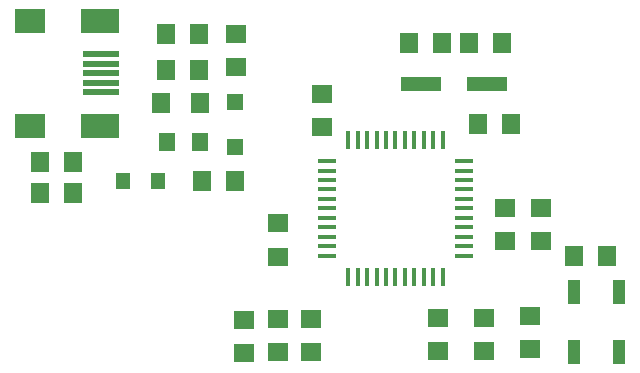
<source format=gtp>
G75*
%MOIN*%
%OFA0B0*%
%FSLAX25Y25*%
%IPPOS*%
%LPD*%
%AMOC8*
5,1,8,0,0,1.08239X$1,22.5*
%
%ADD10R,0.07087X0.06299*%
%ADD11R,0.06299X0.07098*%
%ADD12R,0.04724X0.05512*%
%ADD13R,0.07098X0.06299*%
%ADD14R,0.06299X0.07087*%
%ADD15R,0.05512X0.05512*%
%ADD16R,0.05512X0.06299*%
%ADD17R,0.05906X0.01378*%
%ADD18R,0.01378X0.05906*%
%ADD19R,0.12205X0.01969*%
%ADD20R,0.09843X0.07874*%
%ADD21R,0.12992X0.07874*%
%ADD22R,0.03937X0.07874*%
%ADD23R,0.13780X0.04724*%
D10*
X0084000Y0058988D03*
X0095500Y0059238D03*
X0106500Y0059238D03*
X0106500Y0070262D03*
X0095500Y0070262D03*
X0084000Y0070012D03*
X0148750Y0070762D03*
X0148750Y0059738D03*
X0164000Y0059738D03*
X0164000Y0070762D03*
X0171000Y0096238D03*
X0171000Y0107262D03*
X0183000Y0107262D03*
X0183000Y0096238D03*
X0110000Y0134238D03*
X0110000Y0145262D03*
X0081500Y0154238D03*
X0081500Y0165262D03*
D11*
X0069098Y0165250D03*
X0057902Y0165250D03*
X0057902Y0153250D03*
X0069098Y0153250D03*
X0069902Y0116250D03*
X0081098Y0116250D03*
X0027098Y0112250D03*
X0015902Y0112250D03*
D12*
X0043594Y0116250D03*
X0055406Y0116250D03*
D13*
X0095500Y0102348D03*
X0095500Y0091152D03*
X0179500Y0071474D03*
X0179500Y0060277D03*
D14*
X0193988Y0091250D03*
X0205012Y0091250D03*
X0173012Y0135500D03*
X0161988Y0135500D03*
X0158988Y0162250D03*
X0150012Y0162250D03*
X0138988Y0162250D03*
X0170012Y0162250D03*
X0069512Y0142250D03*
X0056488Y0142250D03*
X0027012Y0122750D03*
X0015988Y0122750D03*
D15*
X0081000Y0127770D03*
X0081000Y0142730D03*
D16*
X0069512Y0129250D03*
X0058488Y0129250D03*
D17*
X0111665Y0122998D03*
X0111665Y0119848D03*
X0111665Y0116699D03*
X0111665Y0113549D03*
X0111665Y0110400D03*
X0111665Y0107250D03*
X0111665Y0104100D03*
X0111665Y0100951D03*
X0111665Y0097801D03*
X0111665Y0094652D03*
X0111665Y0091502D03*
X0157335Y0091502D03*
X0157335Y0094652D03*
X0157335Y0097801D03*
X0157335Y0100951D03*
X0157335Y0104100D03*
X0157335Y0107250D03*
X0157335Y0110400D03*
X0157335Y0113549D03*
X0157335Y0116699D03*
X0157335Y0119848D03*
X0157335Y0122998D03*
D18*
X0150248Y0130085D03*
X0147098Y0130085D03*
X0143949Y0130085D03*
X0140799Y0130085D03*
X0137650Y0130085D03*
X0134500Y0130085D03*
X0131350Y0130085D03*
X0128201Y0130085D03*
X0125051Y0130085D03*
X0121902Y0130085D03*
X0118752Y0130085D03*
X0118752Y0084415D03*
X0121902Y0084415D03*
X0125051Y0084415D03*
X0128201Y0084415D03*
X0131350Y0084415D03*
X0134500Y0084415D03*
X0137650Y0084415D03*
X0140799Y0084415D03*
X0143949Y0084415D03*
X0147098Y0084415D03*
X0150248Y0084415D03*
D19*
X0036311Y0145951D03*
X0036311Y0149100D03*
X0036311Y0152250D03*
X0036311Y0155400D03*
X0036311Y0158549D03*
D20*
X0012689Y0169770D03*
X0012689Y0134730D03*
D21*
X0035917Y0134730D03*
X0035917Y0169770D03*
D22*
X0194000Y0079250D03*
X0209000Y0079250D03*
X0209000Y0059250D03*
X0194000Y0059250D03*
D23*
X0164925Y0148750D03*
X0143075Y0148750D03*
M02*

</source>
